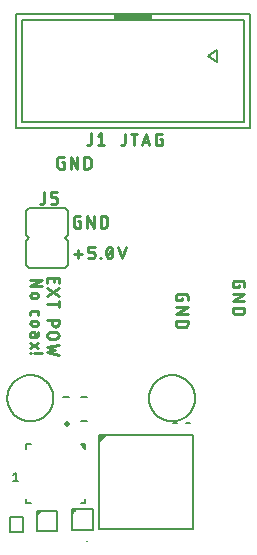
<source format=gto>
G75*
%MOIN*%
%OFA0B0*%
%FSLAX25Y25*%
%IPPOS*%
%LPD*%
%AMOC8*
5,1,8,0,0,1.08239X$1,22.5*
%
%ADD10C,0.00787*%
%ADD11C,0.00600*%
%ADD12C,0.00900*%
%ADD13C,0.00500*%
%ADD14C,0.01969*%
%ADD15R,0.12000X0.02000*%
D10*
X0166691Y0119457D02*
X0166693Y0119646D01*
X0166700Y0119834D01*
X0166712Y0120022D01*
X0166728Y0120210D01*
X0166749Y0120398D01*
X0166774Y0120585D01*
X0166804Y0120771D01*
X0166839Y0120957D01*
X0166878Y0121141D01*
X0166921Y0121325D01*
X0166969Y0121507D01*
X0167022Y0121688D01*
X0167079Y0121868D01*
X0167140Y0122047D01*
X0167206Y0122224D01*
X0167276Y0122399D01*
X0167350Y0122572D01*
X0167429Y0122744D01*
X0167512Y0122913D01*
X0167599Y0123081D01*
X0167690Y0123246D01*
X0167785Y0123409D01*
X0167884Y0123570D01*
X0167986Y0123728D01*
X0168093Y0123883D01*
X0168204Y0124036D01*
X0168318Y0124186D01*
X0168436Y0124334D01*
X0168557Y0124478D01*
X0168682Y0124619D01*
X0168811Y0124757D01*
X0168942Y0124893D01*
X0169078Y0125024D01*
X0169216Y0125153D01*
X0169357Y0125278D01*
X0169501Y0125399D01*
X0169649Y0125517D01*
X0169799Y0125631D01*
X0169952Y0125742D01*
X0170107Y0125849D01*
X0170265Y0125951D01*
X0170426Y0126050D01*
X0170589Y0126145D01*
X0170754Y0126236D01*
X0170922Y0126323D01*
X0171091Y0126406D01*
X0171263Y0126485D01*
X0171436Y0126559D01*
X0171611Y0126629D01*
X0171788Y0126695D01*
X0171967Y0126756D01*
X0172147Y0126813D01*
X0172328Y0126866D01*
X0172510Y0126914D01*
X0172694Y0126957D01*
X0172878Y0126996D01*
X0173064Y0127031D01*
X0173250Y0127061D01*
X0173437Y0127086D01*
X0173625Y0127107D01*
X0173813Y0127123D01*
X0174001Y0127135D01*
X0174189Y0127142D01*
X0174378Y0127144D01*
X0174567Y0127142D01*
X0174755Y0127135D01*
X0174943Y0127123D01*
X0175131Y0127107D01*
X0175319Y0127086D01*
X0175506Y0127061D01*
X0175692Y0127031D01*
X0175878Y0126996D01*
X0176062Y0126957D01*
X0176246Y0126914D01*
X0176428Y0126866D01*
X0176609Y0126813D01*
X0176789Y0126756D01*
X0176968Y0126695D01*
X0177145Y0126629D01*
X0177320Y0126559D01*
X0177493Y0126485D01*
X0177665Y0126406D01*
X0177834Y0126323D01*
X0178002Y0126236D01*
X0178167Y0126145D01*
X0178330Y0126050D01*
X0178491Y0125951D01*
X0178649Y0125849D01*
X0178804Y0125742D01*
X0178957Y0125631D01*
X0179107Y0125517D01*
X0179255Y0125399D01*
X0179399Y0125278D01*
X0179540Y0125153D01*
X0179678Y0125024D01*
X0179814Y0124893D01*
X0179945Y0124757D01*
X0180074Y0124619D01*
X0180199Y0124478D01*
X0180320Y0124334D01*
X0180438Y0124186D01*
X0180552Y0124036D01*
X0180663Y0123883D01*
X0180770Y0123728D01*
X0180872Y0123570D01*
X0180971Y0123409D01*
X0181066Y0123246D01*
X0181157Y0123081D01*
X0181244Y0122913D01*
X0181327Y0122744D01*
X0181406Y0122572D01*
X0181480Y0122399D01*
X0181550Y0122224D01*
X0181616Y0122047D01*
X0181677Y0121868D01*
X0181734Y0121688D01*
X0181787Y0121507D01*
X0181835Y0121325D01*
X0181878Y0121141D01*
X0181917Y0120957D01*
X0181952Y0120771D01*
X0181982Y0120585D01*
X0182007Y0120398D01*
X0182028Y0120210D01*
X0182044Y0120022D01*
X0182056Y0119834D01*
X0182063Y0119646D01*
X0182065Y0119457D01*
X0182063Y0119268D01*
X0182056Y0119080D01*
X0182044Y0118892D01*
X0182028Y0118704D01*
X0182007Y0118516D01*
X0181982Y0118329D01*
X0181952Y0118143D01*
X0181917Y0117957D01*
X0181878Y0117773D01*
X0181835Y0117589D01*
X0181787Y0117407D01*
X0181734Y0117226D01*
X0181677Y0117046D01*
X0181616Y0116867D01*
X0181550Y0116690D01*
X0181480Y0116515D01*
X0181406Y0116342D01*
X0181327Y0116170D01*
X0181244Y0116001D01*
X0181157Y0115833D01*
X0181066Y0115668D01*
X0180971Y0115505D01*
X0180872Y0115344D01*
X0180770Y0115186D01*
X0180663Y0115031D01*
X0180552Y0114878D01*
X0180438Y0114728D01*
X0180320Y0114580D01*
X0180199Y0114436D01*
X0180074Y0114295D01*
X0179945Y0114157D01*
X0179814Y0114021D01*
X0179678Y0113890D01*
X0179540Y0113761D01*
X0179399Y0113636D01*
X0179255Y0113515D01*
X0179107Y0113397D01*
X0178957Y0113283D01*
X0178804Y0113172D01*
X0178649Y0113065D01*
X0178491Y0112963D01*
X0178330Y0112864D01*
X0178167Y0112769D01*
X0178002Y0112678D01*
X0177834Y0112591D01*
X0177665Y0112508D01*
X0177493Y0112429D01*
X0177320Y0112355D01*
X0177145Y0112285D01*
X0176968Y0112219D01*
X0176789Y0112158D01*
X0176609Y0112101D01*
X0176428Y0112048D01*
X0176246Y0112000D01*
X0176062Y0111957D01*
X0175878Y0111918D01*
X0175692Y0111883D01*
X0175506Y0111853D01*
X0175319Y0111828D01*
X0175131Y0111807D01*
X0174943Y0111791D01*
X0174755Y0111779D01*
X0174567Y0111772D01*
X0174378Y0111770D01*
X0174189Y0111772D01*
X0174001Y0111779D01*
X0173813Y0111791D01*
X0173625Y0111807D01*
X0173437Y0111828D01*
X0173250Y0111853D01*
X0173064Y0111883D01*
X0172878Y0111918D01*
X0172694Y0111957D01*
X0172510Y0112000D01*
X0172328Y0112048D01*
X0172147Y0112101D01*
X0171967Y0112158D01*
X0171788Y0112219D01*
X0171611Y0112285D01*
X0171436Y0112355D01*
X0171263Y0112429D01*
X0171091Y0112508D01*
X0170922Y0112591D01*
X0170754Y0112678D01*
X0170589Y0112769D01*
X0170426Y0112864D01*
X0170265Y0112963D01*
X0170107Y0113065D01*
X0169952Y0113172D01*
X0169799Y0113283D01*
X0169649Y0113397D01*
X0169501Y0113515D01*
X0169357Y0113636D01*
X0169216Y0113761D01*
X0169078Y0113890D01*
X0168942Y0114021D01*
X0168811Y0114157D01*
X0168682Y0114295D01*
X0168557Y0114436D01*
X0168436Y0114580D01*
X0168318Y0114728D01*
X0168204Y0114878D01*
X0168093Y0115031D01*
X0167986Y0115186D01*
X0167884Y0115344D01*
X0167785Y0115505D01*
X0167690Y0115668D01*
X0167599Y0115833D01*
X0167512Y0116001D01*
X0167429Y0116170D01*
X0167350Y0116342D01*
X0167276Y0116515D01*
X0167206Y0116690D01*
X0167140Y0116867D01*
X0167079Y0117046D01*
X0167022Y0117226D01*
X0166969Y0117407D01*
X0166921Y0117589D01*
X0166878Y0117773D01*
X0166839Y0117957D01*
X0166804Y0118143D01*
X0166774Y0118329D01*
X0166749Y0118516D01*
X0166728Y0118704D01*
X0166712Y0118892D01*
X0166700Y0119080D01*
X0166693Y0119268D01*
X0166691Y0119457D01*
X0213935Y0119457D02*
X0213937Y0119646D01*
X0213944Y0119834D01*
X0213956Y0120022D01*
X0213972Y0120210D01*
X0213993Y0120398D01*
X0214018Y0120585D01*
X0214048Y0120771D01*
X0214083Y0120957D01*
X0214122Y0121141D01*
X0214165Y0121325D01*
X0214213Y0121507D01*
X0214266Y0121688D01*
X0214323Y0121868D01*
X0214384Y0122047D01*
X0214450Y0122224D01*
X0214520Y0122399D01*
X0214594Y0122572D01*
X0214673Y0122744D01*
X0214756Y0122913D01*
X0214843Y0123081D01*
X0214934Y0123246D01*
X0215029Y0123409D01*
X0215128Y0123570D01*
X0215230Y0123728D01*
X0215337Y0123883D01*
X0215448Y0124036D01*
X0215562Y0124186D01*
X0215680Y0124334D01*
X0215801Y0124478D01*
X0215926Y0124619D01*
X0216055Y0124757D01*
X0216186Y0124893D01*
X0216322Y0125024D01*
X0216460Y0125153D01*
X0216601Y0125278D01*
X0216745Y0125399D01*
X0216893Y0125517D01*
X0217043Y0125631D01*
X0217196Y0125742D01*
X0217351Y0125849D01*
X0217509Y0125951D01*
X0217670Y0126050D01*
X0217833Y0126145D01*
X0217998Y0126236D01*
X0218166Y0126323D01*
X0218335Y0126406D01*
X0218507Y0126485D01*
X0218680Y0126559D01*
X0218855Y0126629D01*
X0219032Y0126695D01*
X0219211Y0126756D01*
X0219391Y0126813D01*
X0219572Y0126866D01*
X0219754Y0126914D01*
X0219938Y0126957D01*
X0220122Y0126996D01*
X0220308Y0127031D01*
X0220494Y0127061D01*
X0220681Y0127086D01*
X0220869Y0127107D01*
X0221057Y0127123D01*
X0221245Y0127135D01*
X0221433Y0127142D01*
X0221622Y0127144D01*
X0221811Y0127142D01*
X0221999Y0127135D01*
X0222187Y0127123D01*
X0222375Y0127107D01*
X0222563Y0127086D01*
X0222750Y0127061D01*
X0222936Y0127031D01*
X0223122Y0126996D01*
X0223306Y0126957D01*
X0223490Y0126914D01*
X0223672Y0126866D01*
X0223853Y0126813D01*
X0224033Y0126756D01*
X0224212Y0126695D01*
X0224389Y0126629D01*
X0224564Y0126559D01*
X0224737Y0126485D01*
X0224909Y0126406D01*
X0225078Y0126323D01*
X0225246Y0126236D01*
X0225411Y0126145D01*
X0225574Y0126050D01*
X0225735Y0125951D01*
X0225893Y0125849D01*
X0226048Y0125742D01*
X0226201Y0125631D01*
X0226351Y0125517D01*
X0226499Y0125399D01*
X0226643Y0125278D01*
X0226784Y0125153D01*
X0226922Y0125024D01*
X0227058Y0124893D01*
X0227189Y0124757D01*
X0227318Y0124619D01*
X0227443Y0124478D01*
X0227564Y0124334D01*
X0227682Y0124186D01*
X0227796Y0124036D01*
X0227907Y0123883D01*
X0228014Y0123728D01*
X0228116Y0123570D01*
X0228215Y0123409D01*
X0228310Y0123246D01*
X0228401Y0123081D01*
X0228488Y0122913D01*
X0228571Y0122744D01*
X0228650Y0122572D01*
X0228724Y0122399D01*
X0228794Y0122224D01*
X0228860Y0122047D01*
X0228921Y0121868D01*
X0228978Y0121688D01*
X0229031Y0121507D01*
X0229079Y0121325D01*
X0229122Y0121141D01*
X0229161Y0120957D01*
X0229196Y0120771D01*
X0229226Y0120585D01*
X0229251Y0120398D01*
X0229272Y0120210D01*
X0229288Y0120022D01*
X0229300Y0119834D01*
X0229307Y0119646D01*
X0229309Y0119457D01*
X0229307Y0119268D01*
X0229300Y0119080D01*
X0229288Y0118892D01*
X0229272Y0118704D01*
X0229251Y0118516D01*
X0229226Y0118329D01*
X0229196Y0118143D01*
X0229161Y0117957D01*
X0229122Y0117773D01*
X0229079Y0117589D01*
X0229031Y0117407D01*
X0228978Y0117226D01*
X0228921Y0117046D01*
X0228860Y0116867D01*
X0228794Y0116690D01*
X0228724Y0116515D01*
X0228650Y0116342D01*
X0228571Y0116170D01*
X0228488Y0116001D01*
X0228401Y0115833D01*
X0228310Y0115668D01*
X0228215Y0115505D01*
X0228116Y0115344D01*
X0228014Y0115186D01*
X0227907Y0115031D01*
X0227796Y0114878D01*
X0227682Y0114728D01*
X0227564Y0114580D01*
X0227443Y0114436D01*
X0227318Y0114295D01*
X0227189Y0114157D01*
X0227058Y0114021D01*
X0226922Y0113890D01*
X0226784Y0113761D01*
X0226643Y0113636D01*
X0226499Y0113515D01*
X0226351Y0113397D01*
X0226201Y0113283D01*
X0226048Y0113172D01*
X0225893Y0113065D01*
X0225735Y0112963D01*
X0225574Y0112864D01*
X0225411Y0112769D01*
X0225246Y0112678D01*
X0225078Y0112591D01*
X0224909Y0112508D01*
X0224737Y0112429D01*
X0224564Y0112355D01*
X0224389Y0112285D01*
X0224212Y0112219D01*
X0224033Y0112158D01*
X0223853Y0112101D01*
X0223672Y0112048D01*
X0223490Y0112000D01*
X0223306Y0111957D01*
X0223122Y0111918D01*
X0222936Y0111883D01*
X0222750Y0111853D01*
X0222563Y0111828D01*
X0222375Y0111807D01*
X0222187Y0111791D01*
X0221999Y0111779D01*
X0221811Y0111772D01*
X0221622Y0111770D01*
X0221433Y0111772D01*
X0221245Y0111779D01*
X0221057Y0111791D01*
X0220869Y0111807D01*
X0220681Y0111828D01*
X0220494Y0111853D01*
X0220308Y0111883D01*
X0220122Y0111918D01*
X0219938Y0111957D01*
X0219754Y0112000D01*
X0219572Y0112048D01*
X0219391Y0112101D01*
X0219211Y0112158D01*
X0219032Y0112219D01*
X0218855Y0112285D01*
X0218680Y0112355D01*
X0218507Y0112429D01*
X0218335Y0112508D01*
X0218166Y0112591D01*
X0217998Y0112678D01*
X0217833Y0112769D01*
X0217670Y0112864D01*
X0217509Y0112963D01*
X0217351Y0113065D01*
X0217196Y0113172D01*
X0217043Y0113283D01*
X0216893Y0113397D01*
X0216745Y0113515D01*
X0216601Y0113636D01*
X0216460Y0113761D01*
X0216322Y0113890D01*
X0216186Y0114021D01*
X0216055Y0114157D01*
X0215926Y0114295D01*
X0215801Y0114436D01*
X0215680Y0114580D01*
X0215562Y0114728D01*
X0215448Y0114878D01*
X0215337Y0115031D01*
X0215230Y0115186D01*
X0215128Y0115344D01*
X0215029Y0115505D01*
X0214934Y0115668D01*
X0214843Y0115833D01*
X0214756Y0116001D01*
X0214673Y0116170D01*
X0214594Y0116342D01*
X0214520Y0116515D01*
X0214450Y0116690D01*
X0214384Y0116867D01*
X0214323Y0117046D01*
X0214266Y0117226D01*
X0214213Y0117407D01*
X0214165Y0117589D01*
X0214122Y0117773D01*
X0214083Y0117957D01*
X0214048Y0118143D01*
X0214018Y0118329D01*
X0213993Y0118516D01*
X0213972Y0118704D01*
X0213956Y0118892D01*
X0213944Y0119080D01*
X0213937Y0119268D01*
X0213935Y0119457D01*
D11*
X0169457Y0094472D02*
X0169457Y0091922D01*
X0168749Y0091922D02*
X0170165Y0091922D01*
X0168749Y0093905D02*
X0169457Y0094472D01*
X0173890Y0162882D02*
X0172890Y0163882D01*
X0172890Y0171882D01*
X0173890Y0172882D01*
X0172890Y0173882D01*
X0172890Y0181882D01*
X0173890Y0182882D01*
X0185890Y0182882D01*
X0186890Y0181882D01*
X0186890Y0173882D01*
X0185890Y0172882D01*
X0186890Y0171882D01*
X0186890Y0163882D01*
X0185890Y0162882D01*
X0173890Y0162882D01*
D12*
X0174403Y0158829D02*
X0178228Y0158829D01*
X0174403Y0156704D01*
X0178228Y0156704D01*
X0179978Y0156089D02*
X0183802Y0153540D01*
X0183802Y0151908D02*
X0183802Y0149784D01*
X0183802Y0150846D02*
X0179978Y0150846D01*
X0179978Y0153540D02*
X0183802Y0156089D01*
X0183802Y0157706D02*
X0183802Y0159406D01*
X0179978Y0159406D01*
X0179978Y0157706D01*
X0182103Y0158131D02*
X0182103Y0159406D01*
X0176103Y0154506D02*
X0175253Y0154506D01*
X0175196Y0154504D01*
X0175140Y0154498D01*
X0175084Y0154489D01*
X0175028Y0154476D01*
X0174974Y0154459D01*
X0174921Y0154439D01*
X0174870Y0154415D01*
X0174820Y0154387D01*
X0174772Y0154357D01*
X0174726Y0154323D01*
X0174683Y0154286D01*
X0174642Y0154247D01*
X0174604Y0154205D01*
X0174569Y0154160D01*
X0174537Y0154113D01*
X0174508Y0154064D01*
X0174482Y0154014D01*
X0174460Y0153961D01*
X0174441Y0153908D01*
X0174426Y0153853D01*
X0174415Y0153797D01*
X0174407Y0153741D01*
X0174403Y0153684D01*
X0174403Y0153628D01*
X0174407Y0153571D01*
X0174415Y0153515D01*
X0174426Y0153459D01*
X0174441Y0153404D01*
X0174460Y0153351D01*
X0174482Y0153298D01*
X0174508Y0153248D01*
X0174537Y0153199D01*
X0174569Y0153152D01*
X0174604Y0153107D01*
X0174642Y0153065D01*
X0174683Y0153026D01*
X0174726Y0152989D01*
X0174772Y0152955D01*
X0174820Y0152925D01*
X0174870Y0152897D01*
X0174921Y0152873D01*
X0174974Y0152853D01*
X0175028Y0152836D01*
X0175084Y0152823D01*
X0175140Y0152814D01*
X0175196Y0152808D01*
X0175253Y0152806D01*
X0176103Y0152806D01*
X0176160Y0152808D01*
X0176216Y0152814D01*
X0176272Y0152823D01*
X0176328Y0152836D01*
X0176382Y0152853D01*
X0176435Y0152873D01*
X0176486Y0152897D01*
X0176536Y0152925D01*
X0176584Y0152955D01*
X0176630Y0152989D01*
X0176673Y0153026D01*
X0176714Y0153065D01*
X0176752Y0153107D01*
X0176787Y0153152D01*
X0176819Y0153199D01*
X0176848Y0153248D01*
X0176874Y0153298D01*
X0176896Y0153351D01*
X0176915Y0153404D01*
X0176930Y0153459D01*
X0176941Y0153515D01*
X0176949Y0153571D01*
X0176953Y0153628D01*
X0176953Y0153684D01*
X0176949Y0153741D01*
X0176941Y0153797D01*
X0176930Y0153853D01*
X0176915Y0153908D01*
X0176896Y0153961D01*
X0176874Y0154014D01*
X0176848Y0154064D01*
X0176819Y0154113D01*
X0176787Y0154160D01*
X0176752Y0154205D01*
X0176714Y0154247D01*
X0176673Y0154286D01*
X0176630Y0154323D01*
X0176584Y0154357D01*
X0176536Y0154387D01*
X0176486Y0154415D01*
X0176435Y0154439D01*
X0176382Y0154459D01*
X0176328Y0154476D01*
X0176272Y0154489D01*
X0176216Y0154498D01*
X0176160Y0154504D01*
X0176103Y0154506D01*
X0176315Y0148545D02*
X0175041Y0148545D01*
X0174993Y0148543D01*
X0174946Y0148538D01*
X0174899Y0148529D01*
X0174853Y0148517D01*
X0174808Y0148501D01*
X0174765Y0148482D01*
X0174723Y0148460D01*
X0174682Y0148434D01*
X0174644Y0148406D01*
X0174608Y0148375D01*
X0174574Y0148341D01*
X0174543Y0148305D01*
X0174515Y0148267D01*
X0174489Y0148227D01*
X0174467Y0148184D01*
X0174448Y0148141D01*
X0174432Y0148096D01*
X0174420Y0148050D01*
X0174411Y0148003D01*
X0174406Y0147956D01*
X0174404Y0147908D01*
X0174403Y0147908D02*
X0174403Y0147058D01*
X0175253Y0145293D02*
X0176103Y0145293D01*
X0176103Y0145294D02*
X0176160Y0145292D01*
X0176216Y0145286D01*
X0176272Y0145277D01*
X0176328Y0145264D01*
X0176382Y0145247D01*
X0176435Y0145227D01*
X0176486Y0145203D01*
X0176536Y0145175D01*
X0176584Y0145145D01*
X0176630Y0145111D01*
X0176673Y0145074D01*
X0176714Y0145035D01*
X0176752Y0144993D01*
X0176787Y0144948D01*
X0176819Y0144901D01*
X0176848Y0144852D01*
X0176874Y0144802D01*
X0176896Y0144749D01*
X0176915Y0144696D01*
X0176930Y0144641D01*
X0176941Y0144585D01*
X0176949Y0144529D01*
X0176953Y0144472D01*
X0176953Y0144416D01*
X0176949Y0144359D01*
X0176941Y0144303D01*
X0176930Y0144247D01*
X0176915Y0144192D01*
X0176896Y0144139D01*
X0176874Y0144086D01*
X0176848Y0144036D01*
X0176819Y0143987D01*
X0176787Y0143940D01*
X0176752Y0143895D01*
X0176714Y0143853D01*
X0176673Y0143814D01*
X0176630Y0143777D01*
X0176584Y0143743D01*
X0176536Y0143713D01*
X0176486Y0143685D01*
X0176435Y0143661D01*
X0176382Y0143641D01*
X0176328Y0143624D01*
X0176272Y0143611D01*
X0176216Y0143602D01*
X0176160Y0143596D01*
X0176103Y0143594D01*
X0175253Y0143594D01*
X0175196Y0143596D01*
X0175140Y0143602D01*
X0175084Y0143611D01*
X0175028Y0143624D01*
X0174974Y0143641D01*
X0174921Y0143661D01*
X0174870Y0143685D01*
X0174820Y0143713D01*
X0174772Y0143743D01*
X0174726Y0143777D01*
X0174683Y0143814D01*
X0174642Y0143853D01*
X0174604Y0143895D01*
X0174569Y0143940D01*
X0174537Y0143987D01*
X0174508Y0144036D01*
X0174482Y0144086D01*
X0174460Y0144139D01*
X0174441Y0144192D01*
X0174426Y0144247D01*
X0174415Y0144303D01*
X0174407Y0144359D01*
X0174403Y0144416D01*
X0174403Y0144472D01*
X0174407Y0144529D01*
X0174415Y0144585D01*
X0174426Y0144641D01*
X0174441Y0144696D01*
X0174460Y0144749D01*
X0174482Y0144802D01*
X0174508Y0144852D01*
X0174537Y0144901D01*
X0174569Y0144948D01*
X0174604Y0144993D01*
X0174642Y0145035D01*
X0174683Y0145074D01*
X0174726Y0145111D01*
X0174772Y0145145D01*
X0174820Y0145175D01*
X0174870Y0145203D01*
X0174921Y0145227D01*
X0174974Y0145247D01*
X0175028Y0145264D01*
X0175084Y0145277D01*
X0175140Y0145286D01*
X0175196Y0145292D01*
X0175253Y0145294D01*
X0176953Y0147058D02*
X0176953Y0147908D01*
X0176952Y0147908D02*
X0176950Y0147956D01*
X0176945Y0148003D01*
X0176936Y0148050D01*
X0176924Y0148096D01*
X0176908Y0148141D01*
X0176889Y0148184D01*
X0176867Y0148227D01*
X0176841Y0148267D01*
X0176813Y0148305D01*
X0176782Y0148341D01*
X0176748Y0148375D01*
X0176712Y0148406D01*
X0176674Y0148434D01*
X0176634Y0148460D01*
X0176591Y0148482D01*
X0176548Y0148501D01*
X0176503Y0148517D01*
X0176457Y0148529D01*
X0176410Y0148538D01*
X0176363Y0148543D01*
X0176315Y0148545D01*
X0179978Y0145424D02*
X0183802Y0145424D01*
X0183802Y0144361D01*
X0183800Y0144297D01*
X0183794Y0144233D01*
X0183785Y0144170D01*
X0183771Y0144107D01*
X0183754Y0144045D01*
X0183733Y0143984D01*
X0183708Y0143925D01*
X0183680Y0143867D01*
X0183649Y0143812D01*
X0183614Y0143758D01*
X0183576Y0143706D01*
X0183535Y0143657D01*
X0183491Y0143610D01*
X0183444Y0143566D01*
X0183395Y0143525D01*
X0183343Y0143487D01*
X0183289Y0143452D01*
X0183234Y0143421D01*
X0183176Y0143393D01*
X0183117Y0143368D01*
X0183056Y0143347D01*
X0182994Y0143330D01*
X0182931Y0143316D01*
X0182868Y0143307D01*
X0182804Y0143301D01*
X0182740Y0143299D01*
X0182676Y0143301D01*
X0182612Y0143307D01*
X0182549Y0143316D01*
X0182486Y0143330D01*
X0182424Y0143347D01*
X0182363Y0143368D01*
X0182304Y0143393D01*
X0182246Y0143421D01*
X0182191Y0143452D01*
X0182137Y0143487D01*
X0182085Y0143525D01*
X0182036Y0143566D01*
X0181989Y0143610D01*
X0181945Y0143657D01*
X0181904Y0143706D01*
X0181866Y0143758D01*
X0181831Y0143812D01*
X0181800Y0143867D01*
X0181772Y0143925D01*
X0181747Y0143984D01*
X0181726Y0144045D01*
X0181709Y0144107D01*
X0181695Y0144170D01*
X0181686Y0144233D01*
X0181680Y0144297D01*
X0181678Y0144361D01*
X0181678Y0145424D01*
X0181040Y0141420D02*
X0182740Y0141420D01*
X0182804Y0141418D01*
X0182868Y0141412D01*
X0182931Y0141403D01*
X0182994Y0141389D01*
X0183056Y0141372D01*
X0183117Y0141351D01*
X0183176Y0141326D01*
X0183234Y0141298D01*
X0183289Y0141267D01*
X0183343Y0141232D01*
X0183395Y0141194D01*
X0183444Y0141153D01*
X0183491Y0141109D01*
X0183535Y0141062D01*
X0183576Y0141013D01*
X0183614Y0140961D01*
X0183649Y0140907D01*
X0183680Y0140852D01*
X0183708Y0140794D01*
X0183733Y0140735D01*
X0183754Y0140674D01*
X0183771Y0140612D01*
X0183785Y0140549D01*
X0183794Y0140486D01*
X0183800Y0140422D01*
X0183802Y0140358D01*
X0183800Y0140294D01*
X0183794Y0140230D01*
X0183785Y0140167D01*
X0183771Y0140104D01*
X0183754Y0140042D01*
X0183733Y0139981D01*
X0183708Y0139922D01*
X0183680Y0139864D01*
X0183649Y0139809D01*
X0183614Y0139755D01*
X0183576Y0139703D01*
X0183535Y0139654D01*
X0183491Y0139607D01*
X0183444Y0139563D01*
X0183395Y0139522D01*
X0183343Y0139484D01*
X0183289Y0139449D01*
X0183234Y0139418D01*
X0183176Y0139390D01*
X0183117Y0139365D01*
X0183056Y0139344D01*
X0182994Y0139327D01*
X0182931Y0139313D01*
X0182868Y0139304D01*
X0182804Y0139298D01*
X0182740Y0139296D01*
X0182740Y0139295D02*
X0181040Y0139295D01*
X0181040Y0139296D02*
X0180976Y0139298D01*
X0180912Y0139304D01*
X0180849Y0139313D01*
X0180786Y0139327D01*
X0180724Y0139344D01*
X0180663Y0139365D01*
X0180604Y0139390D01*
X0180546Y0139418D01*
X0180491Y0139449D01*
X0180437Y0139484D01*
X0180385Y0139522D01*
X0180336Y0139563D01*
X0180289Y0139607D01*
X0180245Y0139654D01*
X0180204Y0139703D01*
X0180166Y0139755D01*
X0180131Y0139809D01*
X0180100Y0139864D01*
X0180072Y0139922D01*
X0180047Y0139981D01*
X0180026Y0140042D01*
X0180009Y0140104D01*
X0179995Y0140167D01*
X0179986Y0140230D01*
X0179980Y0140294D01*
X0179978Y0140358D01*
X0179980Y0140422D01*
X0179986Y0140486D01*
X0179995Y0140549D01*
X0180009Y0140612D01*
X0180026Y0140674D01*
X0180047Y0140735D01*
X0180072Y0140794D01*
X0180100Y0140852D01*
X0180131Y0140907D01*
X0180166Y0140961D01*
X0180204Y0141013D01*
X0180245Y0141062D01*
X0180289Y0141109D01*
X0180336Y0141153D01*
X0180385Y0141194D01*
X0180437Y0141232D01*
X0180491Y0141267D01*
X0180546Y0141298D01*
X0180604Y0141326D01*
X0180663Y0141351D01*
X0180724Y0141372D01*
X0180786Y0141389D01*
X0180849Y0141403D01*
X0180912Y0141412D01*
X0180976Y0141418D01*
X0181040Y0141420D01*
X0176953Y0141433D02*
X0176953Y0140583D01*
X0176952Y0140583D02*
X0176950Y0140535D01*
X0176945Y0140488D01*
X0176936Y0140441D01*
X0176924Y0140395D01*
X0176908Y0140350D01*
X0176889Y0140307D01*
X0176867Y0140265D01*
X0176841Y0140224D01*
X0176813Y0140186D01*
X0176782Y0140150D01*
X0176748Y0140116D01*
X0176712Y0140085D01*
X0176674Y0140057D01*
X0176634Y0140031D01*
X0176591Y0140009D01*
X0176548Y0139990D01*
X0176503Y0139974D01*
X0176457Y0139962D01*
X0176410Y0139953D01*
X0176363Y0139948D01*
X0176315Y0139946D01*
X0174403Y0139946D01*
X0174403Y0140902D01*
X0174405Y0140955D01*
X0174411Y0141008D01*
X0174420Y0141060D01*
X0174433Y0141112D01*
X0174450Y0141162D01*
X0174470Y0141211D01*
X0174494Y0141259D01*
X0174521Y0141304D01*
X0174551Y0141348D01*
X0174585Y0141389D01*
X0174621Y0141428D01*
X0174660Y0141464D01*
X0174701Y0141498D01*
X0174745Y0141528D01*
X0174790Y0141555D01*
X0174838Y0141579D01*
X0174887Y0141599D01*
X0174937Y0141616D01*
X0174989Y0141629D01*
X0175041Y0141638D01*
X0175094Y0141644D01*
X0175147Y0141646D01*
X0175200Y0141644D01*
X0175253Y0141638D01*
X0175305Y0141629D01*
X0175357Y0141616D01*
X0175407Y0141599D01*
X0175456Y0141579D01*
X0175504Y0141555D01*
X0175549Y0141528D01*
X0175593Y0141498D01*
X0175634Y0141464D01*
X0175673Y0141428D01*
X0175709Y0141389D01*
X0175743Y0141348D01*
X0175773Y0141304D01*
X0175800Y0141259D01*
X0175824Y0141211D01*
X0175844Y0141162D01*
X0175861Y0141112D01*
X0175874Y0141060D01*
X0175883Y0141008D01*
X0175889Y0140955D01*
X0175891Y0140902D01*
X0175890Y0140902D02*
X0175890Y0139946D01*
X0176953Y0137923D02*
X0174403Y0136224D01*
X0174403Y0134629D02*
X0174403Y0134416D01*
X0174616Y0134416D01*
X0174616Y0134629D01*
X0174403Y0134629D01*
X0175678Y0134522D02*
X0178228Y0134522D01*
X0179978Y0134689D02*
X0183802Y0133839D01*
X0182528Y0135539D02*
X0179978Y0134689D01*
X0179978Y0136389D02*
X0182528Y0135539D01*
X0183802Y0137239D02*
X0179978Y0136389D01*
X0176953Y0136224D02*
X0174403Y0137923D01*
X0190197Y0166261D02*
X0190197Y0168811D01*
X0188922Y0167536D02*
X0191472Y0167536D01*
X0193670Y0168173D02*
X0193670Y0169873D01*
X0195795Y0169873D01*
X0194945Y0168173D02*
X0193670Y0168173D01*
X0194945Y0168174D02*
X0195001Y0168172D01*
X0195056Y0168167D01*
X0195111Y0168158D01*
X0195165Y0168145D01*
X0195218Y0168129D01*
X0195270Y0168109D01*
X0195321Y0168086D01*
X0195370Y0168060D01*
X0195417Y0168031D01*
X0195462Y0167998D01*
X0195505Y0167963D01*
X0195546Y0167925D01*
X0195584Y0167884D01*
X0195619Y0167841D01*
X0195652Y0167796D01*
X0195681Y0167749D01*
X0195707Y0167700D01*
X0195730Y0167649D01*
X0195750Y0167597D01*
X0195766Y0167544D01*
X0195779Y0167490D01*
X0195788Y0167435D01*
X0195793Y0167380D01*
X0195795Y0167324D01*
X0195795Y0166899D01*
X0195793Y0166843D01*
X0195788Y0166788D01*
X0195779Y0166733D01*
X0195766Y0166679D01*
X0195750Y0166626D01*
X0195730Y0166574D01*
X0195707Y0166523D01*
X0195681Y0166474D01*
X0195652Y0166427D01*
X0195619Y0166382D01*
X0195584Y0166339D01*
X0195546Y0166298D01*
X0195505Y0166260D01*
X0195462Y0166225D01*
X0195417Y0166192D01*
X0195370Y0166163D01*
X0195321Y0166137D01*
X0195270Y0166114D01*
X0195218Y0166094D01*
X0195165Y0166078D01*
X0195111Y0166065D01*
X0195056Y0166056D01*
X0195001Y0166051D01*
X0194945Y0166049D01*
X0193670Y0166049D01*
X0197603Y0166049D02*
X0197815Y0166049D01*
X0197815Y0166261D01*
X0197603Y0166261D01*
X0197603Y0166049D01*
X0201429Y0166580D02*
X0201476Y0166679D01*
X0201519Y0166781D01*
X0201558Y0166883D01*
X0201594Y0166987D01*
X0201626Y0167093D01*
X0201654Y0167199D01*
X0201679Y0167306D01*
X0201700Y0167414D01*
X0201717Y0167523D01*
X0201731Y0167632D01*
X0201740Y0167741D01*
X0201746Y0167851D01*
X0201748Y0167961D01*
X0199623Y0167961D02*
X0199625Y0168071D01*
X0199631Y0168181D01*
X0199640Y0168290D01*
X0199654Y0168399D01*
X0199671Y0168508D01*
X0199692Y0168616D01*
X0199717Y0168723D01*
X0199745Y0168829D01*
X0199777Y0168935D01*
X0199813Y0169039D01*
X0199852Y0169141D01*
X0199895Y0169243D01*
X0199942Y0169342D01*
X0199941Y0169342D02*
X0199961Y0169392D01*
X0199984Y0169442D01*
X0200010Y0169489D01*
X0200039Y0169535D01*
X0200071Y0169578D01*
X0200107Y0169619D01*
X0200145Y0169658D01*
X0200185Y0169694D01*
X0200228Y0169727D01*
X0200273Y0169757D01*
X0200320Y0169783D01*
X0200369Y0169807D01*
X0200419Y0169827D01*
X0200471Y0169843D01*
X0200524Y0169856D01*
X0200577Y0169866D01*
X0200631Y0169871D01*
X0200685Y0169873D01*
X0200739Y0169871D01*
X0200793Y0169866D01*
X0200846Y0169856D01*
X0200899Y0169843D01*
X0200951Y0169827D01*
X0201001Y0169807D01*
X0201050Y0169783D01*
X0201097Y0169757D01*
X0201142Y0169727D01*
X0201185Y0169694D01*
X0201225Y0169658D01*
X0201263Y0169619D01*
X0201299Y0169578D01*
X0201331Y0169535D01*
X0201360Y0169489D01*
X0201386Y0169442D01*
X0201409Y0169393D01*
X0201429Y0169342D01*
X0201535Y0169023D02*
X0199836Y0166899D01*
X0200685Y0166049D02*
X0200739Y0166051D01*
X0200793Y0166056D01*
X0200846Y0166066D01*
X0200899Y0166079D01*
X0200951Y0166095D01*
X0201001Y0166115D01*
X0201050Y0166139D01*
X0201097Y0166165D01*
X0201142Y0166195D01*
X0201185Y0166228D01*
X0201225Y0166264D01*
X0201263Y0166303D01*
X0201299Y0166344D01*
X0201331Y0166387D01*
X0201360Y0166433D01*
X0201386Y0166480D01*
X0201409Y0166529D01*
X0201429Y0166580D01*
X0200685Y0166049D02*
X0200631Y0166051D01*
X0200577Y0166056D01*
X0200524Y0166066D01*
X0200471Y0166079D01*
X0200419Y0166095D01*
X0200369Y0166115D01*
X0200320Y0166139D01*
X0200273Y0166165D01*
X0200228Y0166195D01*
X0200185Y0166228D01*
X0200145Y0166264D01*
X0200107Y0166303D01*
X0200071Y0166344D01*
X0200039Y0166387D01*
X0200010Y0166433D01*
X0199984Y0166480D01*
X0199961Y0166529D01*
X0199941Y0166580D01*
X0201748Y0167961D02*
X0201746Y0168071D01*
X0201740Y0168181D01*
X0201731Y0168290D01*
X0201717Y0168399D01*
X0201700Y0168508D01*
X0201679Y0168616D01*
X0201654Y0168723D01*
X0201626Y0168829D01*
X0201594Y0168935D01*
X0201558Y0169039D01*
X0201519Y0169141D01*
X0201476Y0169243D01*
X0201429Y0169342D01*
X0199623Y0167961D02*
X0199625Y0167851D01*
X0199631Y0167741D01*
X0199640Y0167632D01*
X0199654Y0167523D01*
X0199671Y0167414D01*
X0199692Y0167306D01*
X0199717Y0167199D01*
X0199745Y0167093D01*
X0199777Y0166987D01*
X0199813Y0166883D01*
X0199852Y0166781D01*
X0199895Y0166679D01*
X0199942Y0166580D01*
X0203663Y0169873D02*
X0204937Y0166049D01*
X0206212Y0169873D01*
X0198953Y0176285D02*
X0197891Y0176285D01*
X0197891Y0180109D01*
X0198953Y0180109D01*
X0199017Y0180107D01*
X0199081Y0180101D01*
X0199144Y0180092D01*
X0199207Y0180078D01*
X0199269Y0180061D01*
X0199330Y0180040D01*
X0199389Y0180015D01*
X0199447Y0179987D01*
X0199502Y0179956D01*
X0199556Y0179921D01*
X0199608Y0179883D01*
X0199657Y0179842D01*
X0199704Y0179798D01*
X0199748Y0179751D01*
X0199789Y0179702D01*
X0199827Y0179650D01*
X0199862Y0179596D01*
X0199893Y0179541D01*
X0199921Y0179483D01*
X0199946Y0179424D01*
X0199967Y0179363D01*
X0199984Y0179301D01*
X0199998Y0179238D01*
X0200007Y0179175D01*
X0200013Y0179111D01*
X0200015Y0179047D01*
X0200015Y0177347D01*
X0200013Y0177283D01*
X0200007Y0177219D01*
X0199998Y0177156D01*
X0199984Y0177093D01*
X0199967Y0177031D01*
X0199946Y0176970D01*
X0199921Y0176911D01*
X0199893Y0176853D01*
X0199862Y0176798D01*
X0199827Y0176744D01*
X0199789Y0176692D01*
X0199748Y0176643D01*
X0199704Y0176596D01*
X0199657Y0176552D01*
X0199608Y0176511D01*
X0199556Y0176473D01*
X0199502Y0176438D01*
X0199447Y0176407D01*
X0199389Y0176379D01*
X0199330Y0176354D01*
X0199269Y0176333D01*
X0199207Y0176316D01*
X0199144Y0176302D01*
X0199081Y0176293D01*
X0199017Y0176287D01*
X0198953Y0176285D01*
X0195480Y0176285D02*
X0195480Y0180109D01*
X0193355Y0180109D02*
X0193355Y0176285D01*
X0195480Y0176285D02*
X0193355Y0180109D01*
X0190945Y0180109D02*
X0189670Y0180109D01*
X0189670Y0180110D02*
X0189612Y0180108D01*
X0189554Y0180102D01*
X0189497Y0180092D01*
X0189441Y0180078D01*
X0189385Y0180061D01*
X0189331Y0180040D01*
X0189279Y0180015D01*
X0189228Y0179986D01*
X0189180Y0179954D01*
X0189134Y0179919D01*
X0189090Y0179881D01*
X0189049Y0179840D01*
X0189011Y0179796D01*
X0188976Y0179750D01*
X0188944Y0179702D01*
X0188915Y0179651D01*
X0188890Y0179599D01*
X0188869Y0179545D01*
X0188852Y0179489D01*
X0188838Y0179433D01*
X0188828Y0179376D01*
X0188822Y0179318D01*
X0188820Y0179260D01*
X0188820Y0177135D01*
X0188822Y0177079D01*
X0188827Y0177024D01*
X0188836Y0176969D01*
X0188849Y0176915D01*
X0188865Y0176862D01*
X0188885Y0176810D01*
X0188908Y0176759D01*
X0188934Y0176710D01*
X0188963Y0176663D01*
X0188996Y0176618D01*
X0189031Y0176575D01*
X0189069Y0176534D01*
X0189110Y0176496D01*
X0189153Y0176461D01*
X0189198Y0176428D01*
X0189245Y0176399D01*
X0189294Y0176373D01*
X0189345Y0176350D01*
X0189397Y0176330D01*
X0189450Y0176314D01*
X0189504Y0176301D01*
X0189559Y0176292D01*
X0189614Y0176287D01*
X0189670Y0176285D01*
X0190945Y0176285D01*
X0190945Y0178410D01*
X0190307Y0178410D01*
X0183342Y0185088D02*
X0183342Y0185513D01*
X0183340Y0185569D01*
X0183335Y0185624D01*
X0183326Y0185679D01*
X0183313Y0185733D01*
X0183297Y0185786D01*
X0183277Y0185838D01*
X0183254Y0185889D01*
X0183228Y0185938D01*
X0183199Y0185985D01*
X0183166Y0186030D01*
X0183131Y0186073D01*
X0183093Y0186114D01*
X0183052Y0186152D01*
X0183009Y0186187D01*
X0182964Y0186220D01*
X0182917Y0186249D01*
X0182868Y0186275D01*
X0182817Y0186298D01*
X0182765Y0186318D01*
X0182712Y0186334D01*
X0182658Y0186347D01*
X0182603Y0186356D01*
X0182548Y0186361D01*
X0182492Y0186363D01*
X0182492Y0186362D02*
X0181217Y0186362D01*
X0181217Y0188062D01*
X0183342Y0188062D01*
X0183342Y0185088D02*
X0183340Y0185032D01*
X0183335Y0184977D01*
X0183326Y0184922D01*
X0183313Y0184868D01*
X0183297Y0184815D01*
X0183277Y0184763D01*
X0183254Y0184712D01*
X0183228Y0184663D01*
X0183199Y0184616D01*
X0183166Y0184571D01*
X0183131Y0184528D01*
X0183093Y0184487D01*
X0183052Y0184449D01*
X0183009Y0184414D01*
X0182964Y0184381D01*
X0182917Y0184352D01*
X0182868Y0184326D01*
X0182817Y0184303D01*
X0182765Y0184283D01*
X0182712Y0184267D01*
X0182658Y0184254D01*
X0182603Y0184245D01*
X0182548Y0184240D01*
X0182492Y0184238D01*
X0181217Y0184238D01*
X0178977Y0185088D02*
X0178977Y0188062D01*
X0178977Y0185088D02*
X0178975Y0185032D01*
X0178970Y0184977D01*
X0178961Y0184922D01*
X0178948Y0184868D01*
X0178932Y0184815D01*
X0178912Y0184763D01*
X0178889Y0184712D01*
X0178863Y0184663D01*
X0178834Y0184616D01*
X0178801Y0184571D01*
X0178766Y0184528D01*
X0178728Y0184487D01*
X0178687Y0184449D01*
X0178644Y0184414D01*
X0178599Y0184381D01*
X0178552Y0184352D01*
X0178503Y0184326D01*
X0178452Y0184303D01*
X0178400Y0184283D01*
X0178347Y0184267D01*
X0178293Y0184254D01*
X0178238Y0184245D01*
X0178183Y0184240D01*
X0178127Y0184238D01*
X0177702Y0184238D01*
X0184158Y0195970D02*
X0185433Y0195970D01*
X0185433Y0198095D01*
X0184795Y0198095D01*
X0183308Y0198945D02*
X0183310Y0199003D01*
X0183316Y0199061D01*
X0183326Y0199118D01*
X0183340Y0199174D01*
X0183357Y0199230D01*
X0183378Y0199284D01*
X0183403Y0199336D01*
X0183432Y0199387D01*
X0183464Y0199435D01*
X0183499Y0199481D01*
X0183537Y0199525D01*
X0183578Y0199566D01*
X0183622Y0199604D01*
X0183668Y0199639D01*
X0183716Y0199671D01*
X0183767Y0199700D01*
X0183819Y0199725D01*
X0183873Y0199746D01*
X0183929Y0199763D01*
X0183985Y0199777D01*
X0184042Y0199787D01*
X0184100Y0199793D01*
X0184158Y0199795D01*
X0184158Y0199794D02*
X0185433Y0199794D01*
X0183308Y0198945D02*
X0183308Y0196820D01*
X0183310Y0196764D01*
X0183315Y0196709D01*
X0183324Y0196654D01*
X0183337Y0196600D01*
X0183353Y0196547D01*
X0183373Y0196495D01*
X0183396Y0196444D01*
X0183422Y0196395D01*
X0183451Y0196348D01*
X0183484Y0196303D01*
X0183519Y0196260D01*
X0183557Y0196219D01*
X0183598Y0196181D01*
X0183641Y0196146D01*
X0183686Y0196113D01*
X0183733Y0196084D01*
X0183782Y0196058D01*
X0183833Y0196035D01*
X0183885Y0196015D01*
X0183938Y0195999D01*
X0183992Y0195986D01*
X0184047Y0195977D01*
X0184102Y0195972D01*
X0184158Y0195970D01*
X0187844Y0195970D02*
X0187844Y0199794D01*
X0189968Y0195970D01*
X0189968Y0199794D01*
X0192379Y0199794D02*
X0192379Y0195970D01*
X0193441Y0195970D01*
X0193505Y0195972D01*
X0193569Y0195978D01*
X0193632Y0195987D01*
X0193695Y0196001D01*
X0193757Y0196018D01*
X0193818Y0196039D01*
X0193877Y0196064D01*
X0193935Y0196092D01*
X0193990Y0196123D01*
X0194044Y0196158D01*
X0194096Y0196196D01*
X0194145Y0196237D01*
X0194192Y0196281D01*
X0194236Y0196328D01*
X0194277Y0196377D01*
X0194315Y0196429D01*
X0194350Y0196483D01*
X0194381Y0196538D01*
X0194409Y0196596D01*
X0194434Y0196655D01*
X0194455Y0196716D01*
X0194472Y0196778D01*
X0194486Y0196841D01*
X0194495Y0196904D01*
X0194501Y0196968D01*
X0194503Y0197032D01*
X0194504Y0197032D02*
X0194504Y0198732D01*
X0194503Y0198732D02*
X0194501Y0198796D01*
X0194495Y0198860D01*
X0194486Y0198923D01*
X0194472Y0198986D01*
X0194455Y0199048D01*
X0194434Y0199109D01*
X0194409Y0199168D01*
X0194381Y0199226D01*
X0194350Y0199281D01*
X0194315Y0199335D01*
X0194277Y0199387D01*
X0194236Y0199436D01*
X0194192Y0199483D01*
X0194145Y0199527D01*
X0194096Y0199568D01*
X0194044Y0199606D01*
X0193990Y0199641D01*
X0193935Y0199672D01*
X0193877Y0199700D01*
X0193818Y0199725D01*
X0193757Y0199746D01*
X0193695Y0199763D01*
X0193632Y0199777D01*
X0193569Y0199786D01*
X0193505Y0199792D01*
X0193441Y0199794D01*
X0192379Y0199794D01*
X0193352Y0203844D02*
X0193777Y0203844D01*
X0193833Y0203846D01*
X0193888Y0203851D01*
X0193943Y0203860D01*
X0193997Y0203873D01*
X0194050Y0203889D01*
X0194102Y0203909D01*
X0194153Y0203932D01*
X0194202Y0203958D01*
X0194249Y0203987D01*
X0194294Y0204020D01*
X0194337Y0204055D01*
X0194378Y0204093D01*
X0194416Y0204134D01*
X0194451Y0204177D01*
X0194484Y0204222D01*
X0194513Y0204269D01*
X0194539Y0204318D01*
X0194562Y0204369D01*
X0194582Y0204421D01*
X0194598Y0204474D01*
X0194611Y0204528D01*
X0194620Y0204583D01*
X0194625Y0204638D01*
X0194627Y0204694D01*
X0194627Y0207669D01*
X0196867Y0206819D02*
X0197929Y0207669D01*
X0197929Y0203844D01*
X0196867Y0203844D02*
X0198991Y0203844D01*
X0204527Y0203765D02*
X0204952Y0203765D01*
X0205008Y0203767D01*
X0205063Y0203772D01*
X0205118Y0203781D01*
X0205172Y0203794D01*
X0205225Y0203810D01*
X0205277Y0203830D01*
X0205328Y0203853D01*
X0205377Y0203879D01*
X0205424Y0203908D01*
X0205469Y0203941D01*
X0205512Y0203976D01*
X0205553Y0204014D01*
X0205591Y0204055D01*
X0205626Y0204098D01*
X0205659Y0204143D01*
X0205688Y0204190D01*
X0205714Y0204239D01*
X0205737Y0204290D01*
X0205757Y0204342D01*
X0205773Y0204395D01*
X0205786Y0204449D01*
X0205795Y0204504D01*
X0205800Y0204559D01*
X0205802Y0204615D01*
X0205802Y0207590D01*
X0207758Y0207590D02*
X0209883Y0207590D01*
X0208821Y0207590D02*
X0208821Y0203765D01*
X0211514Y0203765D02*
X0212789Y0207590D01*
X0214064Y0203765D01*
X0213745Y0204721D02*
X0211833Y0204721D01*
X0216121Y0204615D02*
X0216121Y0206740D01*
X0216120Y0206740D02*
X0216122Y0206798D01*
X0216128Y0206856D01*
X0216138Y0206913D01*
X0216152Y0206969D01*
X0216169Y0207025D01*
X0216190Y0207079D01*
X0216215Y0207131D01*
X0216244Y0207182D01*
X0216276Y0207230D01*
X0216311Y0207276D01*
X0216349Y0207320D01*
X0216390Y0207361D01*
X0216434Y0207399D01*
X0216480Y0207434D01*
X0216528Y0207466D01*
X0216579Y0207495D01*
X0216631Y0207520D01*
X0216685Y0207541D01*
X0216741Y0207558D01*
X0216797Y0207572D01*
X0216854Y0207582D01*
X0216912Y0207588D01*
X0216970Y0207590D01*
X0218245Y0207590D01*
X0218245Y0205890D02*
X0217608Y0205890D01*
X0218245Y0205890D02*
X0218245Y0203765D01*
X0216970Y0203765D01*
X0216914Y0203767D01*
X0216859Y0203772D01*
X0216804Y0203781D01*
X0216750Y0203794D01*
X0216697Y0203810D01*
X0216645Y0203830D01*
X0216594Y0203853D01*
X0216545Y0203879D01*
X0216498Y0203908D01*
X0216453Y0203941D01*
X0216410Y0203976D01*
X0216369Y0204014D01*
X0216331Y0204055D01*
X0216296Y0204098D01*
X0216263Y0204143D01*
X0216234Y0204190D01*
X0216208Y0204239D01*
X0216185Y0204290D01*
X0216165Y0204342D01*
X0216149Y0204395D01*
X0216136Y0204449D01*
X0216127Y0204504D01*
X0216122Y0204559D01*
X0216120Y0204615D01*
X0242686Y0158559D02*
X0244811Y0158559D01*
X0244869Y0158557D01*
X0244927Y0158551D01*
X0244984Y0158541D01*
X0245040Y0158527D01*
X0245096Y0158510D01*
X0245150Y0158489D01*
X0245202Y0158464D01*
X0245253Y0158435D01*
X0245301Y0158403D01*
X0245347Y0158368D01*
X0245391Y0158330D01*
X0245432Y0158289D01*
X0245470Y0158245D01*
X0245505Y0158199D01*
X0245537Y0158151D01*
X0245566Y0158100D01*
X0245591Y0158048D01*
X0245612Y0157994D01*
X0245629Y0157938D01*
X0245643Y0157882D01*
X0245653Y0157825D01*
X0245659Y0157767D01*
X0245661Y0157709D01*
X0245661Y0156434D01*
X0243961Y0156434D02*
X0241836Y0156434D01*
X0241836Y0157709D01*
X0241838Y0157765D01*
X0241843Y0157820D01*
X0241852Y0157875D01*
X0241865Y0157929D01*
X0241881Y0157982D01*
X0241901Y0158034D01*
X0241924Y0158085D01*
X0241950Y0158134D01*
X0241979Y0158181D01*
X0242012Y0158226D01*
X0242047Y0158269D01*
X0242085Y0158310D01*
X0242126Y0158348D01*
X0242169Y0158383D01*
X0242214Y0158416D01*
X0242261Y0158445D01*
X0242310Y0158471D01*
X0242361Y0158494D01*
X0242413Y0158514D01*
X0242466Y0158530D01*
X0242520Y0158543D01*
X0242575Y0158552D01*
X0242630Y0158557D01*
X0242686Y0158559D01*
X0243961Y0157072D02*
X0243961Y0156434D01*
X0245661Y0154023D02*
X0241836Y0154023D01*
X0241836Y0151899D02*
X0245661Y0151899D01*
X0245661Y0154023D02*
X0241836Y0151899D01*
X0241836Y0149488D02*
X0241836Y0148426D01*
X0241836Y0149488D02*
X0245661Y0149488D01*
X0245661Y0148426D01*
X0245660Y0148426D02*
X0245658Y0148362D01*
X0245652Y0148298D01*
X0245643Y0148235D01*
X0245629Y0148172D01*
X0245612Y0148110D01*
X0245591Y0148049D01*
X0245566Y0147990D01*
X0245538Y0147932D01*
X0245507Y0147877D01*
X0245472Y0147823D01*
X0245434Y0147771D01*
X0245393Y0147722D01*
X0245349Y0147675D01*
X0245302Y0147631D01*
X0245253Y0147590D01*
X0245201Y0147552D01*
X0245147Y0147517D01*
X0245092Y0147486D01*
X0245034Y0147458D01*
X0244975Y0147433D01*
X0244914Y0147412D01*
X0244852Y0147395D01*
X0244789Y0147381D01*
X0244726Y0147372D01*
X0244662Y0147366D01*
X0244598Y0147364D01*
X0244598Y0147363D02*
X0242899Y0147363D01*
X0242899Y0147364D02*
X0242835Y0147366D01*
X0242771Y0147372D01*
X0242708Y0147381D01*
X0242645Y0147395D01*
X0242583Y0147412D01*
X0242522Y0147433D01*
X0242463Y0147458D01*
X0242405Y0147486D01*
X0242350Y0147517D01*
X0242296Y0147552D01*
X0242244Y0147590D01*
X0242195Y0147631D01*
X0242148Y0147675D01*
X0242104Y0147722D01*
X0242063Y0147771D01*
X0242025Y0147823D01*
X0241990Y0147877D01*
X0241959Y0147932D01*
X0241931Y0147990D01*
X0241906Y0148049D01*
X0241885Y0148110D01*
X0241868Y0148172D01*
X0241854Y0148235D01*
X0241845Y0148298D01*
X0241839Y0148362D01*
X0241837Y0148426D01*
X0226763Y0147568D02*
X0222939Y0147568D01*
X0226763Y0149693D01*
X0222939Y0149693D01*
X0222939Y0152103D02*
X0222939Y0153378D01*
X0222938Y0153378D02*
X0222940Y0153434D01*
X0222945Y0153489D01*
X0222954Y0153544D01*
X0222967Y0153598D01*
X0222983Y0153651D01*
X0223003Y0153703D01*
X0223026Y0153754D01*
X0223052Y0153803D01*
X0223081Y0153850D01*
X0223114Y0153895D01*
X0223149Y0153938D01*
X0223187Y0153979D01*
X0223228Y0154017D01*
X0223271Y0154052D01*
X0223316Y0154085D01*
X0223363Y0154114D01*
X0223412Y0154140D01*
X0223463Y0154163D01*
X0223515Y0154183D01*
X0223568Y0154199D01*
X0223622Y0154212D01*
X0223677Y0154221D01*
X0223732Y0154226D01*
X0223788Y0154228D01*
X0225913Y0154228D01*
X0225971Y0154226D01*
X0226029Y0154220D01*
X0226086Y0154210D01*
X0226142Y0154196D01*
X0226198Y0154179D01*
X0226252Y0154158D01*
X0226304Y0154133D01*
X0226355Y0154104D01*
X0226403Y0154072D01*
X0226449Y0154037D01*
X0226493Y0153999D01*
X0226534Y0153958D01*
X0226572Y0153914D01*
X0226607Y0153868D01*
X0226639Y0153820D01*
X0226668Y0153769D01*
X0226693Y0153717D01*
X0226714Y0153663D01*
X0226731Y0153607D01*
X0226745Y0153551D01*
X0226755Y0153494D01*
X0226761Y0153436D01*
X0226763Y0153378D01*
X0226763Y0152103D01*
X0225063Y0152103D02*
X0222939Y0152103D01*
X0225063Y0152103D02*
X0225063Y0152741D01*
X0226763Y0145157D02*
X0222939Y0145157D01*
X0222939Y0144095D01*
X0222941Y0144031D01*
X0222947Y0143967D01*
X0222956Y0143904D01*
X0222970Y0143841D01*
X0222987Y0143779D01*
X0223008Y0143718D01*
X0223033Y0143659D01*
X0223061Y0143601D01*
X0223092Y0143546D01*
X0223127Y0143492D01*
X0223165Y0143440D01*
X0223206Y0143391D01*
X0223250Y0143344D01*
X0223297Y0143300D01*
X0223346Y0143259D01*
X0223398Y0143221D01*
X0223452Y0143186D01*
X0223507Y0143155D01*
X0223565Y0143127D01*
X0223624Y0143102D01*
X0223685Y0143081D01*
X0223747Y0143064D01*
X0223810Y0143050D01*
X0223873Y0143041D01*
X0223937Y0143035D01*
X0224001Y0143033D01*
X0225701Y0143033D01*
X0225765Y0143035D01*
X0225829Y0143041D01*
X0225892Y0143050D01*
X0225955Y0143064D01*
X0226017Y0143081D01*
X0226078Y0143102D01*
X0226137Y0143127D01*
X0226195Y0143155D01*
X0226250Y0143186D01*
X0226304Y0143221D01*
X0226356Y0143259D01*
X0226405Y0143300D01*
X0226452Y0143344D01*
X0226496Y0143391D01*
X0226537Y0143440D01*
X0226575Y0143492D01*
X0226610Y0143546D01*
X0226641Y0143601D01*
X0226669Y0143659D01*
X0226694Y0143718D01*
X0226715Y0143779D01*
X0226732Y0143841D01*
X0226746Y0143904D01*
X0226755Y0143967D01*
X0226761Y0144031D01*
X0226763Y0144095D01*
X0226763Y0145157D01*
D13*
X0171859Y0074733D02*
X0167449Y0074733D01*
X0167449Y0079930D01*
X0171859Y0079930D01*
X0171859Y0074733D01*
X0176445Y0075067D02*
X0183335Y0075067D01*
X0183335Y0081957D01*
X0176445Y0081957D01*
X0176445Y0075067D01*
X0176465Y0080559D02*
X0176465Y0081937D01*
X0177843Y0081937D01*
X0176465Y0080559D01*
X0176465Y0080864D02*
X0176769Y0080864D01*
X0176465Y0081362D02*
X0177268Y0081362D01*
X0177766Y0081861D02*
X0176465Y0081861D01*
X0174615Y0084418D02*
X0173040Y0084418D01*
X0173040Y0085993D01*
X0188256Y0082351D02*
X0188256Y0075461D01*
X0195146Y0075461D01*
X0195146Y0082351D01*
X0188256Y0082351D01*
X0188276Y0082331D02*
X0188276Y0080953D01*
X0189654Y0082331D01*
X0188276Y0082331D01*
X0188276Y0081861D02*
X0189184Y0081861D01*
X0188685Y0081362D02*
X0188276Y0081362D01*
X0191150Y0084418D02*
X0192725Y0084418D01*
X0192725Y0085993D01*
X0197213Y0075756D02*
X0228709Y0075756D01*
X0228709Y0107252D01*
X0199575Y0107252D01*
X0197213Y0104890D01*
X0197213Y0075756D01*
X0193276Y0071819D02*
X0193197Y0071819D01*
X0192725Y0102528D02*
X0191150Y0104103D01*
X0192725Y0104103D01*
X0192725Y0102528D01*
X0192725Y0104103D01*
X0191150Y0104103D01*
X0191457Y0103795D02*
X0192725Y0103795D01*
X0192725Y0103297D02*
X0191956Y0103297D01*
X0192454Y0102798D02*
X0192725Y0102798D01*
X0197213Y0104890D02*
X0197213Y0105284D01*
X0199181Y0107252D01*
X0197607Y0107252D01*
X0197213Y0106859D01*
X0197213Y0106465D01*
X0197607Y0106071D01*
X0198394Y0106859D01*
X0197607Y0106859D01*
X0197607Y0106465D01*
X0197213Y0106465D02*
X0197213Y0105284D01*
X0197213Y0106859D02*
X0197213Y0107252D01*
X0197607Y0107252D01*
X0199181Y0107252D02*
X0199575Y0107252D01*
X0193158Y0111859D02*
X0191229Y0111859D01*
X0191189Y0119733D02*
X0193158Y0119733D01*
X0187252Y0119733D02*
X0185284Y0119733D01*
X0174615Y0104103D02*
X0173040Y0104103D01*
X0173040Y0102528D01*
X0222026Y0111033D02*
X0223288Y0111033D01*
X0226356Y0111033D02*
X0227619Y0111033D01*
X0247630Y0209512D02*
X0169630Y0209512D01*
X0169630Y0247512D01*
X0202630Y0247512D01*
X0202630Y0245512D01*
X0171630Y0245512D01*
X0171630Y0211512D01*
X0245630Y0211512D01*
X0245630Y0245512D01*
X0214630Y0245512D01*
X0214630Y0247512D01*
X0202630Y0247512D01*
X0202630Y0245512D02*
X0214630Y0245512D01*
X0214630Y0247512D02*
X0247630Y0247512D01*
X0247630Y0209512D01*
X0236630Y0231512D02*
X0233630Y0233512D01*
X0236630Y0235512D01*
X0236630Y0231512D01*
D14*
X0186515Y0110821D03*
D15*
X0208630Y0246512D03*
M02*

</source>
